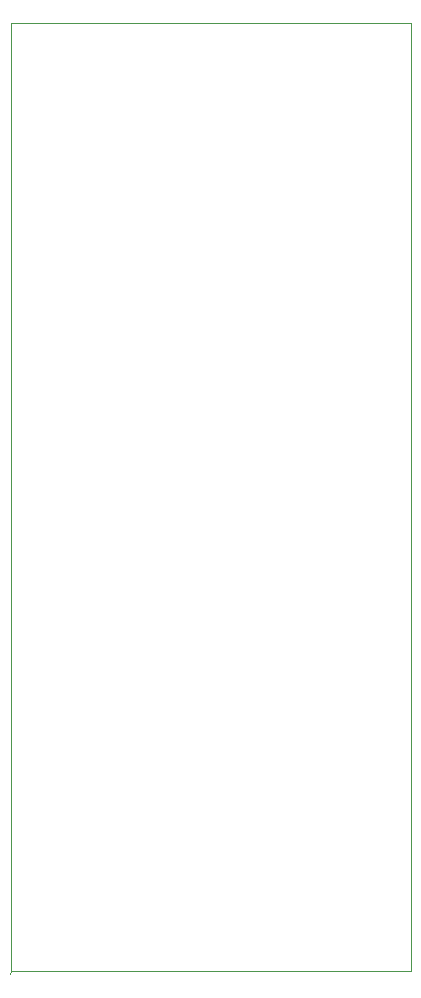
<source format=gko>
G75*
%MOIN*%
%OFA0B0*%
%FSLAX25Y25*%
%IPPOS*%
%LPD*%
%AMOC8*
5,1,8,0,0,1.08239X$1,22.5*
%
%ADD10C,0.00000*%
D10*
X0001467Y0001000D02*
X0001800Y0002000D01*
X0001800Y0317968D01*
X0135120Y0317968D01*
X0135120Y0002000D01*
X0001800Y0002000D01*
M02*

</source>
